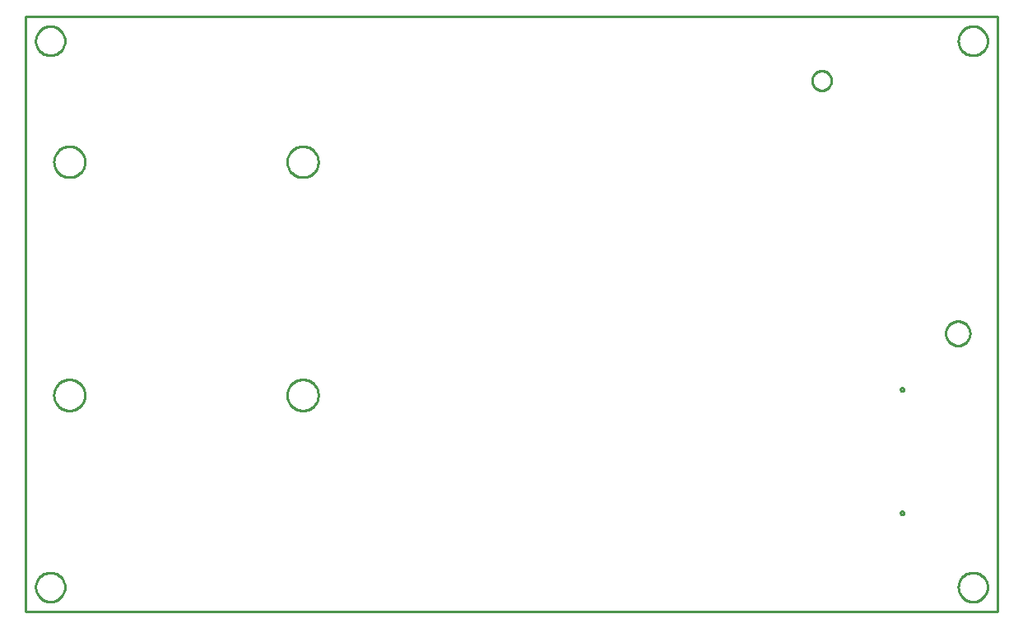
<source format=gbr>
G04 EAGLE Gerber RS-274X export*
G75*
%MOMM*%
%FSLAX34Y34*%
%LPD*%
%IN*%
%IPPOS*%
%AMOC8*
5,1,8,0,0,1.08239X$1,22.5*%
G01*
%ADD10C,0.254000*%


D10*
X0Y0D02*
X1000000Y0D01*
X1000000Y612700D01*
X0Y612700D01*
X0Y0D01*
X40400Y24864D02*
X40324Y23796D01*
X40171Y22735D01*
X39943Y21688D01*
X39641Y20660D01*
X39267Y19656D01*
X38822Y18681D01*
X38308Y17741D01*
X37729Y16840D01*
X37087Y15982D01*
X36385Y15172D01*
X35628Y14415D01*
X34818Y13713D01*
X33960Y13071D01*
X33059Y12492D01*
X32119Y11978D01*
X31144Y11533D01*
X30140Y11159D01*
X29112Y10857D01*
X28065Y10629D01*
X27004Y10476D01*
X25936Y10400D01*
X24864Y10400D01*
X23796Y10476D01*
X22735Y10629D01*
X21688Y10857D01*
X20660Y11159D01*
X19656Y11533D01*
X18681Y11978D01*
X17741Y12492D01*
X16840Y13071D01*
X15982Y13713D01*
X15172Y14415D01*
X14415Y15172D01*
X13713Y15982D01*
X13071Y16840D01*
X12492Y17741D01*
X11978Y18681D01*
X11533Y19656D01*
X11159Y20660D01*
X10857Y21688D01*
X10629Y22735D01*
X10476Y23796D01*
X10400Y24864D01*
X10400Y25936D01*
X10476Y27004D01*
X10629Y28065D01*
X10857Y29112D01*
X11159Y30140D01*
X11533Y31144D01*
X11978Y32119D01*
X12492Y33059D01*
X13071Y33960D01*
X13713Y34818D01*
X14415Y35628D01*
X15172Y36385D01*
X15982Y37087D01*
X16840Y37729D01*
X17741Y38308D01*
X18681Y38822D01*
X19656Y39267D01*
X20660Y39641D01*
X21688Y39943D01*
X22735Y40171D01*
X23796Y40324D01*
X24864Y40400D01*
X25936Y40400D01*
X27004Y40324D01*
X28065Y40171D01*
X29112Y39943D01*
X30140Y39641D01*
X31144Y39267D01*
X32119Y38822D01*
X33059Y38308D01*
X33960Y37729D01*
X34818Y37087D01*
X35628Y36385D01*
X36385Y35628D01*
X37087Y34818D01*
X37729Y33960D01*
X38308Y33059D01*
X38822Y32119D01*
X39267Y31144D01*
X39641Y30140D01*
X39943Y29112D01*
X40171Y28065D01*
X40324Y27004D01*
X40400Y25936D01*
X40400Y24864D01*
X40400Y586764D02*
X40324Y585696D01*
X40171Y584635D01*
X39943Y583588D01*
X39641Y582560D01*
X39267Y581556D01*
X38822Y580581D01*
X38308Y579641D01*
X37729Y578740D01*
X37087Y577882D01*
X36385Y577072D01*
X35628Y576315D01*
X34818Y575613D01*
X33960Y574971D01*
X33059Y574392D01*
X32119Y573878D01*
X31144Y573433D01*
X30140Y573059D01*
X29112Y572757D01*
X28065Y572529D01*
X27004Y572376D01*
X25936Y572300D01*
X24864Y572300D01*
X23796Y572376D01*
X22735Y572529D01*
X21688Y572757D01*
X20660Y573059D01*
X19656Y573433D01*
X18681Y573878D01*
X17741Y574392D01*
X16840Y574971D01*
X15982Y575613D01*
X15172Y576315D01*
X14415Y577072D01*
X13713Y577882D01*
X13071Y578740D01*
X12492Y579641D01*
X11978Y580581D01*
X11533Y581556D01*
X11159Y582560D01*
X10857Y583588D01*
X10629Y584635D01*
X10476Y585696D01*
X10400Y586764D01*
X10400Y587836D01*
X10476Y588904D01*
X10629Y589965D01*
X10857Y591012D01*
X11159Y592040D01*
X11533Y593044D01*
X11978Y594019D01*
X12492Y594959D01*
X13071Y595860D01*
X13713Y596718D01*
X14415Y597528D01*
X15172Y598285D01*
X15982Y598987D01*
X16840Y599629D01*
X17741Y600208D01*
X18681Y600722D01*
X19656Y601167D01*
X20660Y601541D01*
X21688Y601843D01*
X22735Y602071D01*
X23796Y602224D01*
X24864Y602300D01*
X25936Y602300D01*
X27004Y602224D01*
X28065Y602071D01*
X29112Y601843D01*
X30140Y601541D01*
X31144Y601167D01*
X32119Y600722D01*
X33059Y600208D01*
X33960Y599629D01*
X34818Y598987D01*
X35628Y598285D01*
X36385Y597528D01*
X37087Y596718D01*
X37729Y595860D01*
X38308Y594959D01*
X38822Y594019D01*
X39267Y593044D01*
X39641Y592040D01*
X39943Y591012D01*
X40171Y589965D01*
X40324Y588904D01*
X40400Y587836D01*
X40400Y586764D01*
X989600Y586764D02*
X989524Y585696D01*
X989371Y584635D01*
X989143Y583588D01*
X988841Y582560D01*
X988467Y581556D01*
X988022Y580581D01*
X987508Y579641D01*
X986929Y578740D01*
X986287Y577882D01*
X985585Y577072D01*
X984828Y576315D01*
X984018Y575613D01*
X983160Y574971D01*
X982259Y574392D01*
X981319Y573878D01*
X980344Y573433D01*
X979340Y573059D01*
X978312Y572757D01*
X977265Y572529D01*
X976204Y572376D01*
X975136Y572300D01*
X974064Y572300D01*
X972996Y572376D01*
X971935Y572529D01*
X970888Y572757D01*
X969860Y573059D01*
X968856Y573433D01*
X967881Y573878D01*
X966941Y574392D01*
X966040Y574971D01*
X965182Y575613D01*
X964372Y576315D01*
X963615Y577072D01*
X962913Y577882D01*
X962271Y578740D01*
X961692Y579641D01*
X961178Y580581D01*
X960733Y581556D01*
X960359Y582560D01*
X960057Y583588D01*
X959829Y584635D01*
X959676Y585696D01*
X959600Y586764D01*
X959600Y587836D01*
X959676Y588904D01*
X959829Y589965D01*
X960057Y591012D01*
X960359Y592040D01*
X960733Y593044D01*
X961178Y594019D01*
X961692Y594959D01*
X962271Y595860D01*
X962913Y596718D01*
X963615Y597528D01*
X964372Y598285D01*
X965182Y598987D01*
X966040Y599629D01*
X966941Y600208D01*
X967881Y600722D01*
X968856Y601167D01*
X969860Y601541D01*
X970888Y601843D01*
X971935Y602071D01*
X972996Y602224D01*
X974064Y602300D01*
X975136Y602300D01*
X976204Y602224D01*
X977265Y602071D01*
X978312Y601843D01*
X979340Y601541D01*
X980344Y601167D01*
X981319Y600722D01*
X982259Y600208D01*
X983160Y599629D01*
X984018Y598987D01*
X984828Y598285D01*
X985585Y597528D01*
X986287Y596718D01*
X986929Y595860D01*
X987508Y594959D01*
X988022Y594019D01*
X988467Y593044D01*
X988841Y592040D01*
X989143Y591012D01*
X989371Y589965D01*
X989524Y588904D01*
X989600Y587836D01*
X989600Y586764D01*
X989600Y24864D02*
X989524Y23796D01*
X989371Y22735D01*
X989143Y21688D01*
X988841Y20660D01*
X988467Y19656D01*
X988022Y18681D01*
X987508Y17741D01*
X986929Y16840D01*
X986287Y15982D01*
X985585Y15172D01*
X984828Y14415D01*
X984018Y13713D01*
X983160Y13071D01*
X982259Y12492D01*
X981319Y11978D01*
X980344Y11533D01*
X979340Y11159D01*
X978312Y10857D01*
X977265Y10629D01*
X976204Y10476D01*
X975136Y10400D01*
X974064Y10400D01*
X972996Y10476D01*
X971935Y10629D01*
X970888Y10857D01*
X969860Y11159D01*
X968856Y11533D01*
X967881Y11978D01*
X966941Y12492D01*
X966040Y13071D01*
X965182Y13713D01*
X964372Y14415D01*
X963615Y15172D01*
X962913Y15982D01*
X962271Y16840D01*
X961692Y17741D01*
X961178Y18681D01*
X960733Y19656D01*
X960359Y20660D01*
X960057Y21688D01*
X959829Y22735D01*
X959676Y23796D01*
X959600Y24864D01*
X959600Y25936D01*
X959676Y27004D01*
X959829Y28065D01*
X960057Y29112D01*
X960359Y30140D01*
X960733Y31144D01*
X961178Y32119D01*
X961692Y33059D01*
X962271Y33960D01*
X962913Y34818D01*
X963615Y35628D01*
X964372Y36385D01*
X965182Y37087D01*
X966040Y37729D01*
X966941Y38308D01*
X967881Y38822D01*
X968856Y39267D01*
X969860Y39641D01*
X970888Y39943D01*
X971935Y40171D01*
X972996Y40324D01*
X974064Y40400D01*
X975136Y40400D01*
X976204Y40324D01*
X977265Y40171D01*
X978312Y39943D01*
X979340Y39641D01*
X980344Y39267D01*
X981319Y38822D01*
X982259Y38308D01*
X983160Y37729D01*
X984018Y37087D01*
X984828Y36385D01*
X985585Y35628D01*
X986287Y34818D01*
X986929Y33960D01*
X987508Y33059D01*
X988022Y32119D01*
X988467Y31144D01*
X988841Y30140D01*
X989143Y29112D01*
X989371Y28065D01*
X989524Y27004D01*
X989600Y25936D01*
X989600Y24864D01*
X61100Y462376D02*
X61032Y461331D01*
X60895Y460292D01*
X60690Y459265D01*
X60419Y458253D01*
X60083Y457261D01*
X59682Y456293D01*
X59218Y455354D01*
X58695Y454446D01*
X58113Y453575D01*
X57475Y452744D01*
X56784Y451957D01*
X56043Y451216D01*
X55256Y450525D01*
X54425Y449888D01*
X53554Y449306D01*
X52646Y448782D01*
X51707Y448318D01*
X50739Y447917D01*
X49747Y447581D01*
X48735Y447310D01*
X47708Y447105D01*
X46669Y446969D01*
X45624Y446900D01*
X44576Y446900D01*
X43531Y446969D01*
X42492Y447105D01*
X41465Y447310D01*
X40453Y447581D01*
X39461Y447917D01*
X38493Y448318D01*
X37554Y448782D01*
X36646Y449306D01*
X35775Y449888D01*
X34944Y450525D01*
X34157Y451216D01*
X33416Y451957D01*
X32725Y452744D01*
X32088Y453575D01*
X31506Y454446D01*
X30982Y455354D01*
X30518Y456293D01*
X30117Y457261D01*
X29781Y458253D01*
X29510Y459265D01*
X29305Y460292D01*
X29169Y461331D01*
X29100Y462376D01*
X29100Y463424D01*
X29169Y464469D01*
X29305Y465508D01*
X29510Y466535D01*
X29781Y467547D01*
X30117Y468539D01*
X30518Y469507D01*
X30982Y470446D01*
X31506Y471354D01*
X32088Y472225D01*
X32725Y473056D01*
X33416Y473843D01*
X34157Y474584D01*
X34944Y475275D01*
X35775Y475913D01*
X36646Y476495D01*
X37554Y477018D01*
X38493Y477482D01*
X39461Y477883D01*
X40453Y478219D01*
X41465Y478490D01*
X42492Y478695D01*
X43531Y478832D01*
X44576Y478900D01*
X45624Y478900D01*
X46669Y478832D01*
X47708Y478695D01*
X48735Y478490D01*
X49747Y478219D01*
X50739Y477883D01*
X51707Y477482D01*
X52646Y477018D01*
X53554Y476495D01*
X54425Y475913D01*
X55256Y475275D01*
X56043Y474584D01*
X56784Y473843D01*
X57475Y473056D01*
X58113Y472225D01*
X58695Y471354D01*
X59218Y470446D01*
X59682Y469507D01*
X60083Y468539D01*
X60419Y467547D01*
X60690Y466535D01*
X60895Y465508D01*
X61032Y464469D01*
X61100Y463424D01*
X61100Y462376D01*
X301100Y462376D02*
X301032Y461331D01*
X300895Y460292D01*
X300690Y459265D01*
X300419Y458253D01*
X300083Y457261D01*
X299682Y456293D01*
X299218Y455354D01*
X298695Y454446D01*
X298113Y453575D01*
X297475Y452744D01*
X296784Y451957D01*
X296043Y451216D01*
X295256Y450525D01*
X294425Y449888D01*
X293554Y449306D01*
X292646Y448782D01*
X291707Y448318D01*
X290739Y447917D01*
X289747Y447581D01*
X288735Y447310D01*
X287708Y447105D01*
X286669Y446969D01*
X285624Y446900D01*
X284576Y446900D01*
X283531Y446969D01*
X282492Y447105D01*
X281465Y447310D01*
X280453Y447581D01*
X279461Y447917D01*
X278493Y448318D01*
X277554Y448782D01*
X276646Y449306D01*
X275775Y449888D01*
X274944Y450525D01*
X274157Y451216D01*
X273416Y451957D01*
X272725Y452744D01*
X272088Y453575D01*
X271506Y454446D01*
X270982Y455354D01*
X270518Y456293D01*
X270117Y457261D01*
X269781Y458253D01*
X269510Y459265D01*
X269305Y460292D01*
X269169Y461331D01*
X269100Y462376D01*
X269100Y463424D01*
X269169Y464469D01*
X269305Y465508D01*
X269510Y466535D01*
X269781Y467547D01*
X270117Y468539D01*
X270518Y469507D01*
X270982Y470446D01*
X271506Y471354D01*
X272088Y472225D01*
X272725Y473056D01*
X273416Y473843D01*
X274157Y474584D01*
X274944Y475275D01*
X275775Y475913D01*
X276646Y476495D01*
X277554Y477018D01*
X278493Y477482D01*
X279461Y477883D01*
X280453Y478219D01*
X281465Y478490D01*
X282492Y478695D01*
X283531Y478832D01*
X284576Y478900D01*
X285624Y478900D01*
X286669Y478832D01*
X287708Y478695D01*
X288735Y478490D01*
X289747Y478219D01*
X290739Y477883D01*
X291707Y477482D01*
X292646Y477018D01*
X293554Y476495D01*
X294425Y475913D01*
X295256Y475275D01*
X296043Y474584D01*
X296784Y473843D01*
X297475Y473056D01*
X298113Y472225D01*
X298695Y471354D01*
X299218Y470446D01*
X299682Y469507D01*
X300083Y468539D01*
X300419Y467547D01*
X300690Y466535D01*
X300895Y465508D01*
X301032Y464469D01*
X301100Y463424D01*
X301100Y462376D01*
X301100Y222376D02*
X301032Y221331D01*
X300895Y220292D01*
X300690Y219265D01*
X300419Y218253D01*
X300083Y217261D01*
X299682Y216293D01*
X299218Y215354D01*
X298695Y214446D01*
X298113Y213575D01*
X297475Y212744D01*
X296784Y211957D01*
X296043Y211216D01*
X295256Y210525D01*
X294425Y209888D01*
X293554Y209306D01*
X292646Y208782D01*
X291707Y208318D01*
X290739Y207917D01*
X289747Y207581D01*
X288735Y207310D01*
X287708Y207105D01*
X286669Y206969D01*
X285624Y206900D01*
X284576Y206900D01*
X283531Y206969D01*
X282492Y207105D01*
X281465Y207310D01*
X280453Y207581D01*
X279461Y207917D01*
X278493Y208318D01*
X277554Y208782D01*
X276646Y209306D01*
X275775Y209888D01*
X274944Y210525D01*
X274157Y211216D01*
X273416Y211957D01*
X272725Y212744D01*
X272088Y213575D01*
X271506Y214446D01*
X270982Y215354D01*
X270518Y216293D01*
X270117Y217261D01*
X269781Y218253D01*
X269510Y219265D01*
X269305Y220292D01*
X269169Y221331D01*
X269100Y222376D01*
X269100Y223424D01*
X269169Y224469D01*
X269305Y225508D01*
X269510Y226535D01*
X269781Y227547D01*
X270117Y228539D01*
X270518Y229507D01*
X270982Y230446D01*
X271506Y231354D01*
X272088Y232225D01*
X272725Y233056D01*
X273416Y233843D01*
X274157Y234584D01*
X274944Y235275D01*
X275775Y235913D01*
X276646Y236495D01*
X277554Y237018D01*
X278493Y237482D01*
X279461Y237883D01*
X280453Y238219D01*
X281465Y238490D01*
X282492Y238695D01*
X283531Y238832D01*
X284576Y238900D01*
X285624Y238900D01*
X286669Y238832D01*
X287708Y238695D01*
X288735Y238490D01*
X289747Y238219D01*
X290739Y237883D01*
X291707Y237482D01*
X292646Y237018D01*
X293554Y236495D01*
X294425Y235913D01*
X295256Y235275D01*
X296043Y234584D01*
X296784Y233843D01*
X297475Y233056D01*
X298113Y232225D01*
X298695Y231354D01*
X299218Y230446D01*
X299682Y229507D01*
X300083Y228539D01*
X300419Y227547D01*
X300690Y226535D01*
X300895Y225508D01*
X301032Y224469D01*
X301100Y223424D01*
X301100Y222376D01*
X61100Y222376D02*
X61032Y221331D01*
X60895Y220292D01*
X60690Y219265D01*
X60419Y218253D01*
X60083Y217261D01*
X59682Y216293D01*
X59218Y215354D01*
X58695Y214446D01*
X58113Y213575D01*
X57475Y212744D01*
X56784Y211957D01*
X56043Y211216D01*
X55256Y210525D01*
X54425Y209888D01*
X53554Y209306D01*
X52646Y208782D01*
X51707Y208318D01*
X50739Y207917D01*
X49747Y207581D01*
X48735Y207310D01*
X47708Y207105D01*
X46669Y206969D01*
X45624Y206900D01*
X44576Y206900D01*
X43531Y206969D01*
X42492Y207105D01*
X41465Y207310D01*
X40453Y207581D01*
X39461Y207917D01*
X38493Y208318D01*
X37554Y208782D01*
X36646Y209306D01*
X35775Y209888D01*
X34944Y210525D01*
X34157Y211216D01*
X33416Y211957D01*
X32725Y212744D01*
X32088Y213575D01*
X31506Y214446D01*
X30982Y215354D01*
X30518Y216293D01*
X30117Y217261D01*
X29781Y218253D01*
X29510Y219265D01*
X29305Y220292D01*
X29169Y221331D01*
X29100Y222376D01*
X29100Y223424D01*
X29169Y224469D01*
X29305Y225508D01*
X29510Y226535D01*
X29781Y227547D01*
X30117Y228539D01*
X30518Y229507D01*
X30982Y230446D01*
X31506Y231354D01*
X32088Y232225D01*
X32725Y233056D01*
X33416Y233843D01*
X34157Y234584D01*
X34944Y235275D01*
X35775Y235913D01*
X36646Y236495D01*
X37554Y237018D01*
X38493Y237482D01*
X39461Y237883D01*
X40453Y238219D01*
X41465Y238490D01*
X42492Y238695D01*
X43531Y238832D01*
X44576Y238900D01*
X45624Y238900D01*
X46669Y238832D01*
X47708Y238695D01*
X48735Y238490D01*
X49747Y238219D01*
X50739Y237883D01*
X51707Y237482D01*
X52646Y237018D01*
X53554Y236495D01*
X54425Y235913D01*
X55256Y235275D01*
X56043Y234584D01*
X56784Y233843D01*
X57475Y233056D01*
X58113Y232225D01*
X58695Y231354D01*
X59218Y230446D01*
X59682Y229507D01*
X60083Y228539D01*
X60419Y227547D01*
X60690Y226535D01*
X60895Y225508D01*
X61032Y224469D01*
X61100Y223424D01*
X61100Y222376D01*
X971500Y285909D02*
X971423Y284930D01*
X971269Y283960D01*
X971040Y283004D01*
X970736Y282070D01*
X970361Y281163D01*
X969915Y280288D01*
X969401Y279450D01*
X968824Y278655D01*
X968186Y277908D01*
X967492Y277214D01*
X966745Y276576D01*
X965950Y275999D01*
X965112Y275485D01*
X964237Y275039D01*
X963330Y274664D01*
X962396Y274360D01*
X961441Y274131D01*
X960470Y273977D01*
X959491Y273900D01*
X958509Y273900D01*
X957530Y273977D01*
X956560Y274131D01*
X955604Y274360D01*
X954670Y274664D01*
X953763Y275039D01*
X952888Y275485D01*
X952050Y275999D01*
X951255Y276576D01*
X950508Y277214D01*
X949814Y277908D01*
X949176Y278655D01*
X948599Y279450D01*
X948085Y280288D01*
X947639Y281163D01*
X947264Y282070D01*
X946960Y283004D01*
X946731Y283960D01*
X946577Y284930D01*
X946500Y285909D01*
X946500Y286891D01*
X946577Y287870D01*
X946731Y288841D01*
X946960Y289796D01*
X947264Y290730D01*
X947639Y291637D01*
X948085Y292512D01*
X948599Y293350D01*
X949176Y294145D01*
X949814Y294892D01*
X950508Y295586D01*
X951255Y296224D01*
X952050Y296801D01*
X952888Y297315D01*
X953763Y297761D01*
X954670Y298136D01*
X955604Y298440D01*
X956560Y298669D01*
X957530Y298823D01*
X958509Y298900D01*
X959491Y298900D01*
X960470Y298823D01*
X961441Y298669D01*
X962396Y298440D01*
X963330Y298136D01*
X964237Y297761D01*
X965112Y297315D01*
X965950Y296801D01*
X966745Y296224D01*
X967492Y295586D01*
X968186Y294892D01*
X968824Y294145D01*
X969401Y293350D01*
X969915Y292512D01*
X970361Y291637D01*
X970736Y290730D01*
X971040Y289796D01*
X971269Y288841D01*
X971423Y287870D01*
X971500Y286891D01*
X971500Y285909D01*
X829000Y545963D02*
X828924Y545094D01*
X828772Y544234D01*
X828546Y543390D01*
X828248Y542570D01*
X827879Y541778D01*
X827442Y541022D01*
X826941Y540307D01*
X826380Y539638D01*
X825762Y539020D01*
X825093Y538459D01*
X824378Y537958D01*
X823622Y537521D01*
X822830Y537152D01*
X822010Y536854D01*
X821166Y536628D01*
X820307Y536476D01*
X819437Y536400D01*
X818563Y536400D01*
X817694Y536476D01*
X816834Y536628D01*
X815990Y536854D01*
X815170Y537152D01*
X814378Y537521D01*
X813622Y537958D01*
X812907Y538459D01*
X812238Y539020D01*
X811620Y539638D01*
X811059Y540307D01*
X810558Y541022D01*
X810121Y541778D01*
X809752Y542570D01*
X809454Y543390D01*
X809228Y544234D01*
X809076Y545094D01*
X809000Y545963D01*
X809000Y546837D01*
X809076Y547707D01*
X809228Y548566D01*
X809454Y549410D01*
X809752Y550230D01*
X810121Y551022D01*
X810558Y551778D01*
X811059Y552493D01*
X811620Y553162D01*
X812238Y553780D01*
X812907Y554341D01*
X813622Y554842D01*
X814378Y555279D01*
X815170Y555648D01*
X815990Y555946D01*
X816834Y556172D01*
X817694Y556324D01*
X818563Y556400D01*
X819437Y556400D01*
X820307Y556324D01*
X821166Y556172D01*
X822010Y555946D01*
X822830Y555648D01*
X823622Y555279D01*
X824378Y554842D01*
X825093Y554341D01*
X825762Y553780D01*
X826380Y553162D01*
X826941Y552493D01*
X827442Y551778D01*
X827879Y551022D01*
X828248Y550230D01*
X828546Y549410D01*
X828772Y548566D01*
X828924Y547707D01*
X829000Y546837D01*
X829000Y545963D01*
X901872Y103350D02*
X902210Y103283D01*
X902529Y103151D01*
X902816Y102959D01*
X903059Y102716D01*
X903251Y102429D01*
X903383Y102110D01*
X903450Y101772D01*
X903450Y101428D01*
X903383Y101090D01*
X903251Y100771D01*
X903059Y100484D01*
X902816Y100241D01*
X902529Y100049D01*
X902210Y99917D01*
X901872Y99850D01*
X901528Y99850D01*
X901190Y99917D01*
X900871Y100049D01*
X900584Y100241D01*
X900341Y100484D01*
X900149Y100771D01*
X900017Y101090D01*
X899950Y101428D01*
X899950Y101772D01*
X900017Y102110D01*
X900149Y102429D01*
X900341Y102716D01*
X900584Y102959D01*
X900871Y103151D01*
X901190Y103283D01*
X901528Y103350D01*
X901872Y103350D01*
X901872Y230350D02*
X902210Y230283D01*
X902529Y230151D01*
X902816Y229959D01*
X903059Y229716D01*
X903251Y229429D01*
X903383Y229110D01*
X903450Y228772D01*
X903450Y228428D01*
X903383Y228090D01*
X903251Y227771D01*
X903059Y227484D01*
X902816Y227241D01*
X902529Y227049D01*
X902210Y226917D01*
X901872Y226850D01*
X901528Y226850D01*
X901190Y226917D01*
X900871Y227049D01*
X900584Y227241D01*
X900341Y227484D01*
X900149Y227771D01*
X900017Y228090D01*
X899950Y228428D01*
X899950Y228772D01*
X900017Y229110D01*
X900149Y229429D01*
X900341Y229716D01*
X900584Y229959D01*
X900871Y230151D01*
X901190Y230283D01*
X901528Y230350D01*
X901872Y230350D01*
M02*

</source>
